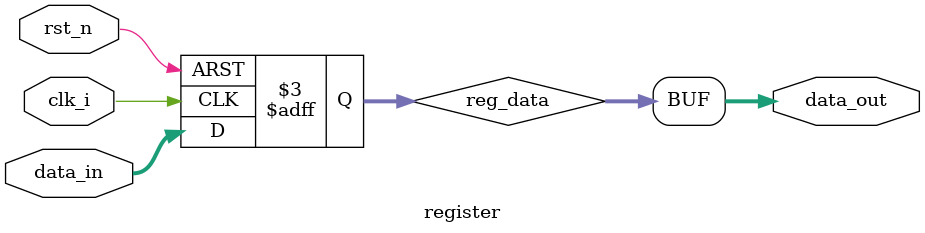
<source format=sv>
	module register (
	input rst_n,
	input clk_i,
	input [7:0] data_in,
	output [7:0] data_out
);
	reg [7:0] reg_data;
	
	always_ff @( posedge clk_i, negedge rst_n ) begin
		if (~rst_n)
			reg_data <= 8'b00000000;
		else 
			reg_data <= data_in;
	end
	assign data_out = reg_data;
endmodule 
</source>
